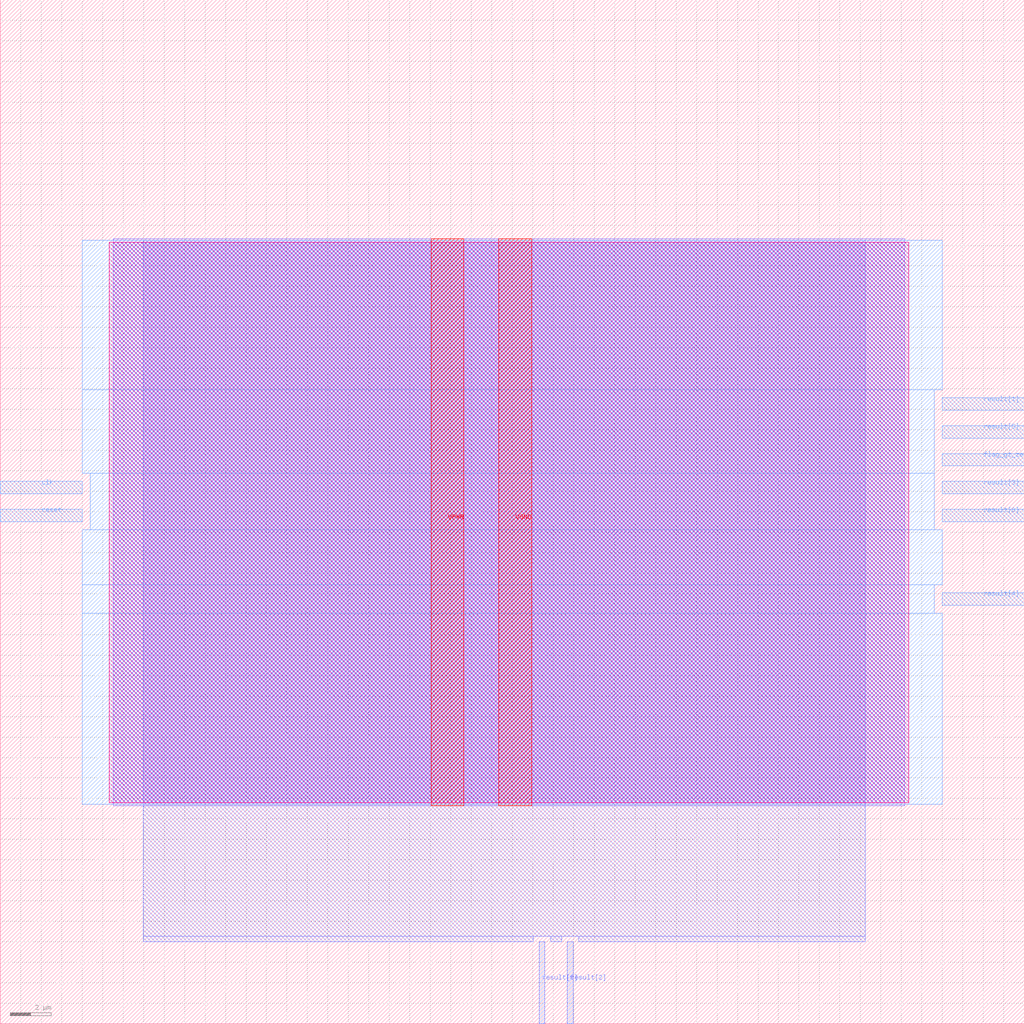
<source format=lef>
VERSION 5.7 ;
  NOWIREEXTENSIONATPIN ON ;
  DIVIDERCHAR "/" ;
  BUSBITCHARS "[]" ;
MACRO top
  CLASS BLOCK ;
  FOREIGN top ;
  ORIGIN 0.000 0.000 ;
  SIZE 50.000 BY 50.000 ;
  PIN VGND
    DIRECTION INOUT ;
    USE GROUND ;
    PORT
      LAYER met4 ;
        RECT 24.340 10.640 25.940 38.320 ;
    END
  END VGND
  PIN VPWR
    DIRECTION INOUT ;
    USE POWER ;
    PORT
      LAYER met4 ;
        RECT 21.040 10.640 22.640 38.320 ;
    END
  END VPWR
  PIN clk
    DIRECTION INPUT ;
    USE SIGNAL ;
    ANTENNAGATEAREA 0.852000 ;
    PORT
      LAYER met3 ;
        RECT 0.000 25.880 4.000 26.480 ;
    END
  END clk
  PIN flag_gt_zero
    DIRECTION OUTPUT ;
    USE SIGNAL ;
    ANTENNADIFFAREA 0.445500 ;
    PORT
      LAYER met3 ;
        RECT 46.000 27.240 50.000 27.840 ;
    END
  END flag_gt_zero
  PIN reset
    DIRECTION INPUT ;
    USE SIGNAL ;
    ANTENNAGATEAREA 0.126000 ;
    PORT
      LAYER met3 ;
        RECT 0.000 24.520 4.000 25.120 ;
    END
  END reset
  PIN result[0]
    DIRECTION OUTPUT ;
    USE SIGNAL ;
    ANTENNADIFFAREA 0.445500 ;
    PORT
      LAYER met3 ;
        RECT 46.000 24.520 50.000 25.120 ;
    END
  END result[0]
  PIN result[1]
    DIRECTION OUTPUT ;
    USE SIGNAL ;
    ANTENNADIFFAREA 0.445500 ;
    PORT
      LAYER met3 ;
        RECT 46.000 29.960 50.000 30.560 ;
    END
  END result[1]
  PIN result[2]
    DIRECTION OUTPUT ;
    USE SIGNAL ;
    ANTENNADIFFAREA 0.445500 ;
    PORT
      LAYER met2 ;
        RECT 27.690 0.000 27.970 4.000 ;
    END
  END result[2]
  PIN result[3]
    DIRECTION OUTPUT ;
    USE SIGNAL ;
    ANTENNADIFFAREA 0.445500 ;
    PORT
      LAYER met3 ;
        RECT 46.000 25.880 50.000 26.480 ;
    END
  END result[3]
  PIN result[4]
    DIRECTION OUTPUT ;
    USE SIGNAL ;
    ANTENNADIFFAREA 0.445500 ;
    PORT
      LAYER met3 ;
        RECT 46.000 20.440 50.000 21.040 ;
    END
  END result[4]
  PIN result[5]
    DIRECTION OUTPUT ;
    USE SIGNAL ;
    ANTENNADIFFAREA 0.445500 ;
    PORT
      LAYER met3 ;
        RECT 46.000 28.600 50.000 29.200 ;
    END
  END result[5]
  PIN result[6]
    DIRECTION OUTPUT ;
    USE SIGNAL ;
    ANTENNADIFFAREA 0.445500 ;
    PORT
      LAYER met2 ;
        RECT 26.310 0.000 26.590 4.000 ;
    END
  END result[6]
  OBS
      LAYER nwell ;
        RECT 5.330 10.795 44.350 38.165 ;
      LAYER li1 ;
        RECT 5.520 10.795 44.160 38.165 ;
      LAYER met1 ;
        RECT 5.520 10.640 44.160 38.320 ;
      LAYER met2 ;
        RECT 6.990 4.280 42.230 38.265 ;
        RECT 6.990 4.000 26.030 4.280 ;
        RECT 26.870 4.000 27.410 4.280 ;
        RECT 28.250 4.000 42.230 4.280 ;
      LAYER met3 ;
        RECT 4.000 30.960 46.000 38.245 ;
        RECT 4.000 26.880 45.600 30.960 ;
        RECT 4.400 24.120 45.600 26.880 ;
        RECT 4.000 21.440 46.000 24.120 ;
        RECT 4.000 20.040 45.600 21.440 ;
        RECT 4.000 10.715 46.000 20.040 ;
  END
END top
END LIBRARY


</source>
